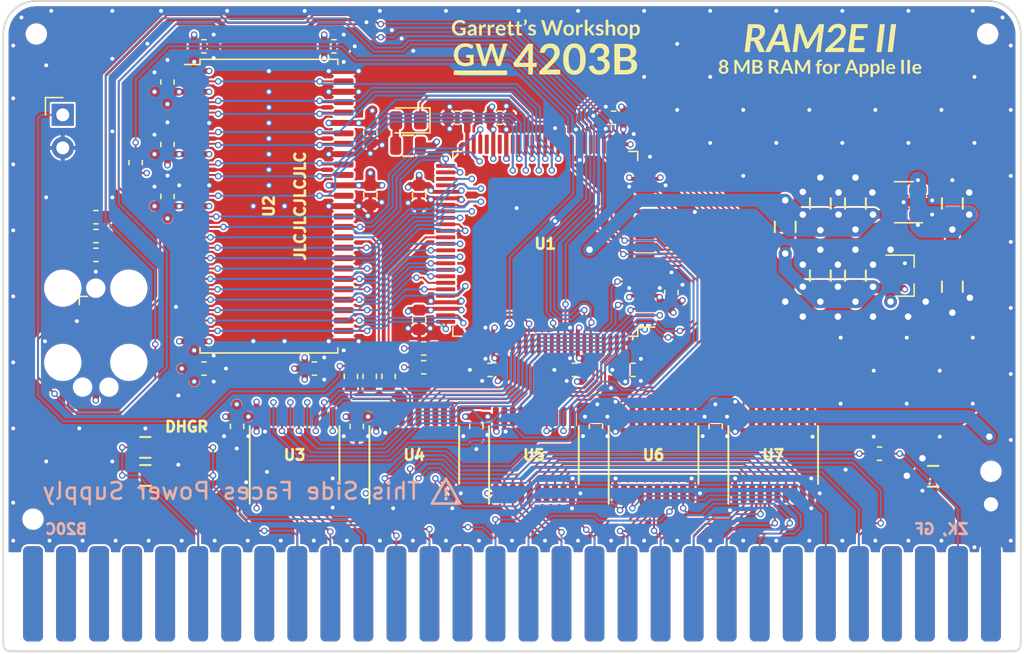
<source format=kicad_pcb>
(kicad_pcb (version 20221018) (generator pcbnew)

  (general
    (thickness 1.6108)
  )

  (paper "A4")
  (title_block
    (title "GW4203B (RAM2E II) - LCMXO2-640 / LCMXO2-1200")
    (date "2023-10-21")
    (rev "2.1")
    (company "Garrett's Workshop")
  )

  (layers
    (0 "F.Cu" signal)
    (1 "In1.Cu" power)
    (2 "In2.Cu" power)
    (31 "B.Cu" signal)
    (32 "B.Adhes" user "B.Adhesive")
    (33 "F.Adhes" user "F.Adhesive")
    (34 "B.Paste" user)
    (35 "F.Paste" user)
    (36 "B.SilkS" user "B.Silkscreen")
    (37 "F.SilkS" user "F.Silkscreen")
    (38 "B.Mask" user)
    (39 "F.Mask" user)
    (40 "Dwgs.User" user "User.Drawings")
    (41 "Cmts.User" user "User.Comments")
    (42 "Eco1.User" user "User.Eco1")
    (43 "Eco2.User" user "User.Eco2")
    (44 "Edge.Cuts" user)
    (45 "Margin" user)
    (46 "B.CrtYd" user "B.Courtyard")
    (47 "F.CrtYd" user "F.Courtyard")
    (48 "B.Fab" user)
    (49 "F.Fab" user)
  )

  (setup
    (stackup
      (layer "F.SilkS" (type "Top Silk Screen"))
      (layer "F.Paste" (type "Top Solder Paste"))
      (layer "F.Mask" (type "Top Solder Mask") (thickness 0.01))
      (layer "F.Cu" (type "copper") (thickness 0.035))
      (layer "dielectric 1" (type "core") (thickness 0.2104) (material "FR4") (epsilon_r 4.6) (loss_tangent 0.02))
      (layer "In1.Cu" (type "copper") (thickness 0.0175))
      (layer "dielectric 2" (type "prepreg") (thickness 1.065) (material "FR4") (epsilon_r 4.5) (loss_tangent 0.02))
      (layer "In2.Cu" (type "copper") (thickness 0.0175))
      (layer "dielectric 3" (type "core") (thickness 0.2104) (material "FR4") (epsilon_r 4.6) (loss_tangent 0.02))
      (layer "B.Cu" (type "copper") (thickness 0.035))
      (layer "B.Mask" (type "Bottom Solder Mask") (thickness 0.01))
      (layer "B.Paste" (type "Bottom Solder Paste"))
      (layer "B.SilkS" (type "Bottom Silk Screen"))
      (copper_finish "None")
      (dielectric_constraints no)
    )
    (pad_to_mask_clearance 0.0762)
    (solder_mask_min_width 0.127)
    (pad_to_paste_clearance -0.0381)
    (pcbplotparams
      (layerselection 0x00010f8_ffffffff)
      (plot_on_all_layers_selection 0x0000000_00000000)
      (disableapertmacros false)
      (usegerberextensions true)
      (usegerberattributes false)
      (usegerberadvancedattributes false)
      (creategerberjobfile false)
      (dashed_line_dash_ratio 12.000000)
      (dashed_line_gap_ratio 3.000000)
      (svgprecision 4)
      (plotframeref false)
      (viasonmask false)
      (mode 1)
      (useauxorigin false)
      (hpglpennumber 1)
      (hpglpenspeed 20)
      (hpglpendiameter 15.000000)
      (dxfpolygonmode true)
      (dxfimperialunits true)
      (dxfusepcbnewfont true)
      (psnegative false)
      (psa4output false)
      (plotreference true)
      (plotvalue true)
      (plotinvisibletext false)
      (sketchpadsonfab false)
      (subtractmaskfromsilk true)
      (outputformat 1)
      (mirror false)
      (drillshape 0)
      (scaleselection 1)
      (outputdirectory "gerber/")
    )
  )

  (net 0 "")
  (net 1 "+5V")
  (net 2 "GND")
  (net 3 "/Vid7M")
  (net 4 "/~{SYNC}")
  (net 5 "/~{PRAS}")
  (net 6 "/VC")
  (net 7 "/~{C07X}")
  (net 8 "/~{WNDW}")
  (net 9 "/SEGA")
  (net 10 "/ROMEN1")
  (net 11 "/ROMEN2")
  (net 12 "/MD7")
  (net 13 "/MD6")
  (net 14 "/MD5")
  (net 15 "/MD4")
  (net 16 "/PHI0")
  (net 17 "/~{CLRGAT}")
  (net 18 "/~{80VID}")
  (net 19 "/~{PCAS}")
  (net 20 "/~{LDPS}")
  (net 21 "/R~{W}80")
  (net 22 "/PHI1")
  (net 23 "/~{CASEN}")
  (net 24 "/MD3")
  (net 25 "/MD2")
  (net 26 "/MD1")
  (net 27 "/MD0")
  (net 28 "/H0")
  (net 29 "/AN3")
  (net 30 "/~{EN80}")
  (net 31 "/~{ALTVID}")
  (net 32 "/~{SEROUT}")
  (net 33 "/~{ENVID}")
  (net 34 "/R~{W}")
  (net 35 "/Q3")
  (net 36 "/SEGB")
  (net 37 "/~{RA9}")
  (net 38 "/~{RA10}")
  (net 39 "/GR")
  (net 40 "/~{ENTMG}")
  (net 41 "/MA6")
  (net 42 "/MA5")
  (net 43 "/MA4")
  (net 44 "/MA3")
  (net 45 "/MA2")
  (net 46 "/MA1")
  (net 47 "/MA0")
  (net 48 "/MA7")
  (net 49 "/C7M")
  (net 50 "/C14M")
  (net 51 "/C3M58")
  (net 52 "/VD0")
  (net 53 "/VD1")
  (net 54 "/VD2")
  (net 55 "/VD3")
  (net 56 "/VD4")
  (net 57 "/VD5")
  (net 58 "/VD6")
  (net 59 "/VD7")
  (net 60 "+3V3")
  (net 61 "/TDI")
  (net 62 "Net-(D1-A)")
  (net 63 "/TMS")
  (net 64 "/TDO")
  (net 65 "/TCK")
  (net 66 "/RD5")
  (net 67 "/RD4")
  (net 68 "/RD3")
  (net 69 "/RD2")
  (net 70 "/RD7")
  (net 71 "/RD6")
  (net 72 "/RD0")
  (net 73 "/RD1")
  (net 74 "/DQMH")
  (net 75 "/~{WE}")
  (net 76 "/~{CAS}")
  (net 77 "/CKE")
  (net 78 "/~{RAS}")
  (net 79 "/BA0")
  (net 80 "/RA11")
  (net 81 "/~{CS}")
  (net 82 "/BA1")
  (net 83 "/RA9")
  (net 84 "/RA10")
  (net 85 "/RA8")
  (net 86 "/RA0")
  (net 87 "/RA7")
  (net 88 "/RA1")
  (net 89 "/RA6")
  (net 90 "/RA4")
  (net 91 "/RA3")
  (net 92 "/~{EN80}in")
  (net 93 "/RA5")
  (net 94 "/RA2")
  (net 95 "/R~{W}80in")
  (net 96 "/Ain5")
  (net 97 "/PHI1in")
  (net 98 "/Ain6")
  (net 99 "/DQML")
  (net 100 "/~{C07X}in")
  (net 101 "/R~{W}in")
  (net 102 "/Ain0")
  (net 103 "/Ain1")
  (net 104 "/Ain2")
  (net 105 "/Ain3")
  (net 106 "/Ain4")
  (net 107 "/Ain7")
  (net 108 "/Din0")
  (net 109 "/Din1")
  (net 110 "/Din2")
  (net 111 "/Din3")
  (net 112 "/Din4")
  (net 113 "/Din5")
  (net 114 "/Din6")
  (net 115 "/Din7")
  (net 116 "/V~{OE}")
  (net 117 "/Vout7")
  (net 118 "/Vout6")
  (net 119 "/Vout5")
  (net 120 "/Vout4")
  (net 121 "/Vout3")
  (net 122 "/Vout2")
  (net 123 "/Vout1")
  (net 124 "/Vout0")
  (net 125 "/D~{OE}")
  (net 126 "/Dout0")
  (net 127 "/Dout1")
  (net 128 "/Dout2")
  (net 129 "/Dout3")
  (net 130 "/Dout4")
  (net 131 "/Dout5")
  (net 132 "/Dout6")
  (net 133 "/Dout7")
  (net 134 "/RCLK")
  (net 135 "/ACLK")
  (net 136 "unconnected-(J2-Pin_8-Pad8)")
  (net 137 "/~{FRCTXT}")
  (net 138 "unconnected-(J2-Pin_9-Pad9)")
  (net 139 "/C14MB")
  (net 140 "unconnected-(J2-Pin_10-Pad10)")
  (net 141 "/C14MR")
  (net 142 "+1V2")
  (net 143 "Net-(U4-B0)")
  (net 144 "Net-(U4-B2)")
  (net 145 "/DONE")
  (net 146 "/~{PROG}")
  (net 147 "/~{INIT}")
  (net 148 "unconnected-(U1-PB14-Pad47)")
  (net 149 "unconnected-(U1-PB14A-Pad45)")
  (net 150 "/TCKr")
  (net 151 "unconnected-(U4-B1-Pad17)")
  (net 152 "unconnected-(U9-NC-Pad4)")
  (net 153 "/LED")

  (footprint "stdpads:Fiducial" (layer "F.Cu") (at 203.2 129.54))

  (footprint "stdpads:Fiducial" (layer "F.Cu") (at 271.526 92.202))

  (footprint "stdpads:TSSOP-20_4.4x6.5mm_P0.65mm" (layer "F.Cu") (at 239.175 124.6))

  (footprint "stdpads:C_0603" (layer "F.Cu") (at 234.75 122.4 -90))

  (footprint "stdpads:C_0603" (layer "F.Cu") (at 253.15 122.4 -90))

  (footprint "stdpads:TSSOP-20_4.4x6.5mm_P0.65mm" (layer "F.Cu") (at 257.575 124.6))

  (footprint "stdpads:C_0603" (layer "F.Cu") (at 243.95 122.4 -90))

  (footprint "stdpads:TSSOP-20_4.4x6.5mm_P0.65mm" (layer "F.Cu") (at 220.775 124.6))

  (footprint "stdpads:TSSOP-20_4.4x6.5mm_P0.65mm" (layer "F.Cu") (at 248.375 124.6))

  (footprint "stdpads:AppleIIeAux_Edge" (layer "F.Cu") (at 237.49 135.382))

  (footprint "stdpads:TSSOP-20_4.4x6.5mm_P0.65mm" (layer "F.Cu") (at 229.975 124.6))

  (footprint "stdpads:C_0603" (layer "F.Cu") (at 225.55 122.4 -90))

  (footprint "stdpads:C_0603" (layer "F.Cu") (at 226.6 104.6 -90))

  (footprint "stdpads:C_0603" (layer "F.Cu") (at 211 100.7 90))

  (footprint "stdpads:C_0603" (layer "F.Cu") (at 211 95.9 90))

  (footprint "stdpads:C_0603" (layer "F.Cu") (at 211 104.7 90))

  (footprint "stdpads:C_0603" (layer "F.Cu") (at 226.6 99.8 -90))

  (footprint "stdpads:TSOP-II-54_22.2x10.16mm_P0.8mm" (layer "F.Cu") (at 218.8 105.45 -90))

  (footprint "stdpads:Fiducial" (layer "F.Cu") (at 203.454 92.202))

  (footprint "stdpads:PasteHole_1.1mm_PTH" (layer "F.Cu") (at 274.32 128.397))

  (footprint "stdpads:C_0805" (layer "F.Cu") (at 269.875 126.238 180))

  (footprint "stdpads:Fiducial" (layer "F.Cu") (at 270.129 129.286))

  (footprint "stdpads:C_0805" (layer "F.Cu") (at 271.35 111.65 -90))

  (footprint "stdpads:C_0603" (layer "F.Cu") (at 223.8 93.15))

  (footprint "stdpads:R_0805" (layer "F.Cu") (at 209.296 126.1745))

  (footprint "stdpads:R_0805" (layer "F.Cu") (at 209.296 124.0155))

  (footprint "stdpads:PasteHole_1.152mm_NPTH" (layer "F.Cu") (at 200.66 129.54))

  (footprint "stdpads:PasteHole_1.152mm_NPTH" (layer "F.Cu") (at 200.914 92.202))

  (footprint "stdpads:PasteHole_1.152mm_NPTH" (layer "F.Cu") (at 274.066 92.202))

  (footprint "stdpads:PasteHole_1.152mm_NPTH" (layer "F.Cu") (at 274.32 125.857))

  (footprint "stdpads:C_0805" (layer "F.Cu") (at 263.9 110.8 90))

  (footprint "stdpads:SOT-23" (layer "F.Cu") (at 267.65 110.8 180))

  (footprint "stdpads:C_0805" (layer "F.Cu") (at 261.2 110.8 90))

  (footprint "stdpads:C_0603" (layer "F.Cu") (at 213.8 93.15))

  (footprint "stdpads:C_0603" (layer "F.Cu") (at 216.35 122.4 -90))

  (footprint "stdpads:C_0603" (layer "F.Cu") (at 213.8 117.95))

  (footprint "stdpads:C_0805" (layer "F.Cu") (at 263.9 105.25 90))

  (footprint "stdpads:C_0805" (layer "F.Cu") (at 261.2 105.25 90))

  (footprint "stdpads:R_0805" (layer "F.Cu") (at 258.5 107.05 90))

  (footprint "stdpads:C_0603" (layer "F.Cu") (at 222.3 117.95))

  (footprint "Connector_PinHeader_2.54mm:PinHeader_1x02_P2.54mm_Vertical" (layer "F.Cu") (at 202.946 98.425))

  (footprint "stdpads:R_0603" (layer "F.Cu") (at 265.75 124.5))

  (footprint "stdpads:C_0603" (layer "F.Cu") (at 246.8 118.05))

  (footprint "stdpads:C_0603" (layer "F.Cu") (at 233.3 98.65 180))

  (footprint "stdpads:TC2050" (layer "F.Cu") (at 205.486 115.57 -90))

  (footprint "stdpads:R_0805" (layer "F.Cu") (at 229.5 100.8))

  (footprint "stdpads:LED_0805" (layer "F.Cu") (at 229.5 98.85 180))

  (footprint "stdpads:R_0603" (layer "F.Cu")
    (tstamp 00000000-0000-0000-0000-000060afb9d1)
    (at 226.55 118.55 -90)
    (tags "resistor")
    (property "LCSC Part" "C23182")
    (property "Mfg. Part Numbers" "Uniroyal 0603WAF470JT5E")
    (property "Notes" "Any manufacturer's part is acceptable.")
    (property "Sheetfile" "RAM2E.kicad_sch")
    (property "Sheetname" "")
    (property "ki_description" "Resistor, small symbol")
    (property "ki_keywords" "R resistor")
    (path "/00000000-0000-0000-0000-00006122d04d")
    (solder_mask_margin 0.05)
    (solder_paste_margin -0.05)
    (attr smd)
    (fp_text reference "R12" (at 0 0 90) (layer "F.Fab")
        (effects (font (size 0.254 0.254) (thickness 0.0635)))
      (tstamp bf0e69e9-3b87-48ea-819e-f8a32e9e0122)
    )
    (fp_text value "47" (at 0 0.25 90) (layer "F.Fab")
        (effects (font (size 0.127 0.127) (thickness 0.03175)))
      (tstamp 575b03d0-6e93-45cb-abd0-17ddb9aab5bc)
    )
    (fp_text user "${REFERENCE}" (at 0 0 90) (layer "F.SilkS") hide
        (effects (font (size 0.254 0.254) (thickness 0.0635)))
      (tstamp 0a321e77-bb38-4bdd-a502-32e7b5a27c78)
    )
    (fp_line (start -0.162779 -0.51) (end 0.162779 -0.51)
      (stroke (width 0.12) (type solid)) (layer "F.SilkS") (tstamp 1745d6fa-740a-46da-90ff-aa346f7afcde))
    (fp_line (start -0.162779 0.51) (end 0.162779 0.51)
      (stroke (width 0.12) (type solid)) (layer "F.SilkS") (tstamp 506e0c84-ca79-415b-970e-bb551cbf8152))
    (fp_line (start -1.4 -0.7) (end 1.4 -0.7)
      (stroke (width 0.05) (type solid)) (layer "F.CrtYd") (tstamp 6381e963-11a0-4fa6-b038-7829d2482e6f))
    (fp_line (start -1.4 0.7) (end -1.4 -0.7)
      (stroke (width 0.05) (type solid)) (layer "F.CrtYd") (tstamp 54b6e890-6503-4f8b-b1c3-d659d1c6d0e0))
    (fp_line (start 1.4 -0.7) (end 1.4 0.7)
      (stroke (width 0.05) (type solid)) (layer "F.CrtYd") (tstamp 74823c4d-e4cc-44a6-b859-b6e76dfd50cb))
    (fp_line (start 1.4 0.7) (end -1.4 0.7)
      (stroke (width 0.05) (type solid)) (layer "F.CrtYd") (tstamp 868937e4-5625-4792-8051-d33fdf2375b2))
    (fp_line (start -0.8 -0.4) (end 0.8 -0.4)
      (stroke (width 0.1) (type solid)) (layer "F.Fab") (tstamp ee36bed3-ff76-4109-b9c3-ab66e31cb510))
    (fp_line (start -0.8 0.4) (end -0.8 -0.4)
      (stroke (width 0.1) (type solid)) (layer "F.Fab") (tstamp 21a3d11b-9b83-4f69-a257-7b1aa060a631))
    (fp_line (start 0.8 -0.4) (end 0.8 0.4)
      (stroke (width 0.1) (type solid)) (layer "F.Fab") (tstamp a00bc507-d8a4-4cf5-8124-be535425193b))
    (fp_line (start 0.8 0.4) (end -0.8 0.4)
      (stroke (width 0.1) (type solid)) (layer "F.Fab") (tstamp c8acdd35-c923-4cf7-9d84-80fcd05ea6d3))
    (pad "1" smd roundrect (at -0.8 0 270) (size 0.7 0.95) (layers "F.Cu" "F.Paste" "F.Mask") (roundrect_rratio 0.25)
      (net 134 "/RCLK") (pintype "passive") (tstamp 6aa352f6-5e8d-40b6-8fde-dd4eb7a5634f))
    (pad "2" smd roundrect (at 0.8 0 270) (size 0.7 0.95) (layers "F.Cu" "F.Paste" "F.Mask") (roundrect_rratio 0.25)
      (net 144 "Net-(U4-B2)") (pintype "passive") (tstamp cc8f660b-3786-4c9a-955e-190e8c6be1df))
    (model "${KICAD6_3DMODEL_DIR}/Resistor_SMD.3dshapes/R_0603_1608Metric.wrl"
      (of
... [3181779 chars truncated]
</source>
